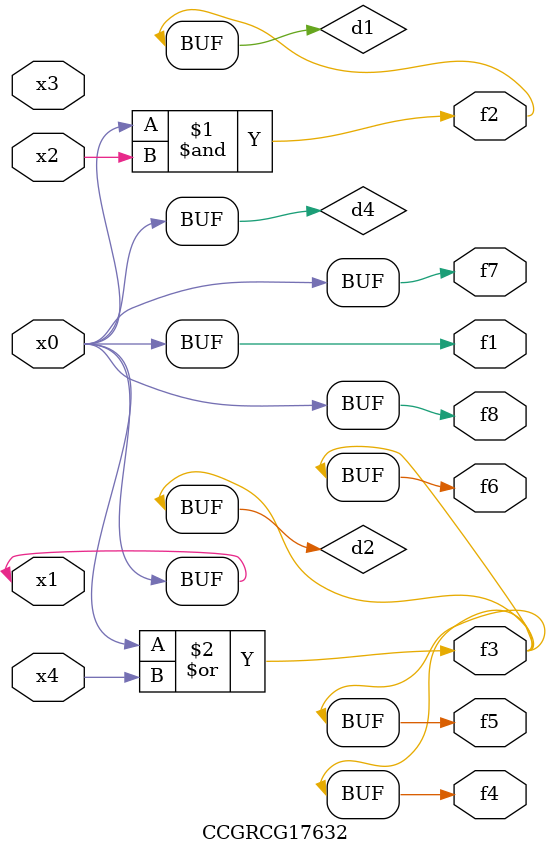
<source format=v>
module CCGRCG17632(
	input x0, x1, x2, x3, x4,
	output f1, f2, f3, f4, f5, f6, f7, f8
);

	wire d1, d2, d3, d4;

	and (d1, x0, x2);
	or (d2, x0, x4);
	nand (d3, x0, x2);
	buf (d4, x0, x1);
	assign f1 = d4;
	assign f2 = d1;
	assign f3 = d2;
	assign f4 = d2;
	assign f5 = d2;
	assign f6 = d2;
	assign f7 = d4;
	assign f8 = d4;
endmodule

</source>
